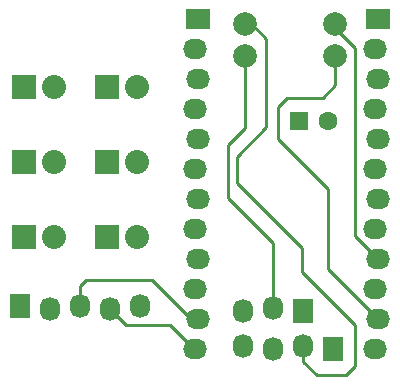
<source format=gbr>
G04 #@! TF.FileFunction,Copper,L2,Bot,Signal*
%FSLAX46Y46*%
G04 Gerber Fmt 4.6, Leading zero omitted, Abs format (unit mm)*
G04 Created by KiCad (PCBNEW (after 2015-may-01 BZR unknown)-product) date 6/15/2015 7:13:09 PM*
%MOMM*%
G01*
G04 APERTURE LIST*
%ADD10C,0.100000*%
%ADD11R,2.032000X1.727200*%
%ADD12O,2.032000X1.727200*%
%ADD13R,1.727200X2.032000*%
%ADD14O,1.727200X2.032000*%
%ADD15R,2.032000X2.032000*%
%ADD16O,2.032000X2.032000*%
%ADD17C,1.998980*%
%ADD18R,1.600000X1.600000*%
%ADD19C,1.600000*%
%ADD20C,0.250000*%
G04 APERTURE END LIST*
D10*
D11*
X101727000Y-101600000D03*
D12*
X101473000Y-104140000D03*
X101727000Y-106680000D03*
X101473000Y-109220000D03*
X101727000Y-111760000D03*
X101473000Y-114300000D03*
X101727000Y-116840000D03*
X101473000Y-119380000D03*
X101727000Y-121920000D03*
X101473000Y-124460000D03*
X101727000Y-127000000D03*
X101473000Y-129540000D03*
D11*
X116967000Y-101600000D03*
D12*
X116713000Y-104140000D03*
X116967000Y-106680000D03*
X116713000Y-109220000D03*
X116967000Y-111760000D03*
X116713000Y-114300000D03*
X116967000Y-116840000D03*
X116713000Y-119380000D03*
X116967000Y-121920000D03*
X116713000Y-124460000D03*
X116967000Y-127000000D03*
X116713000Y-129540000D03*
D13*
X86614000Y-125857000D03*
D14*
X89154000Y-126111000D03*
X91694000Y-125857000D03*
X94234000Y-126111000D03*
X96774000Y-125857000D03*
D13*
X110625000Y-126337000D03*
D14*
X108085000Y-126083000D03*
X105545000Y-126337000D03*
D13*
X113165000Y-129512000D03*
D14*
X110625000Y-129258000D03*
X108085000Y-129512000D03*
X105545000Y-129258000D03*
D15*
X93995000Y-107315000D03*
D16*
X96505000Y-107315000D03*
D15*
X87010000Y-107315000D03*
D16*
X89520000Y-107315000D03*
D15*
X93995000Y-113665000D03*
D16*
X96505000Y-113665000D03*
D15*
X87010000Y-113665000D03*
D16*
X89520000Y-113665000D03*
D15*
X93995000Y-120015000D03*
D16*
X96505000Y-120015000D03*
D15*
X87010000Y-120015000D03*
D16*
X89520000Y-120015000D03*
D17*
X113310000Y-104750000D03*
X105690000Y-104750000D03*
X113310000Y-102000000D03*
X105690000Y-102000000D03*
D18*
X110250000Y-110250000D03*
D19*
X112750000Y-110250000D03*
D20*
X101727000Y-127000000D02*
X101092000Y-127000000D01*
X101092000Y-127000000D02*
X97790000Y-123698000D01*
X97790000Y-123698000D02*
X92202000Y-123698000D01*
X92202000Y-123698000D02*
X91694000Y-124206000D01*
X91694000Y-124206000D02*
X91694000Y-125857000D01*
X101473000Y-129540000D02*
X101346000Y-129540000D01*
X101346000Y-129540000D02*
X99314000Y-127508000D01*
X99314000Y-127508000D02*
X95631000Y-127508000D01*
X95631000Y-127508000D02*
X94234000Y-126111000D01*
X113310000Y-102000000D02*
X113310000Y-102310000D01*
X113310000Y-102310000D02*
X115000000Y-104000000D01*
X115000000Y-104000000D02*
X115000000Y-119953000D01*
X115000000Y-119953000D02*
X116967000Y-121920000D01*
X113310000Y-104750000D02*
X113310000Y-107190000D01*
X112750000Y-122783000D02*
X116967000Y-127000000D01*
X112750000Y-116000000D02*
X112750000Y-122783000D01*
X108500000Y-111750000D02*
X112750000Y-116000000D01*
X108500000Y-109000000D02*
X108500000Y-111750000D01*
X109250000Y-108250000D02*
X108500000Y-109000000D01*
X112250000Y-108250000D02*
X109250000Y-108250000D01*
X113310000Y-107190000D02*
X112250000Y-108250000D01*
X105690000Y-104750000D02*
X105690000Y-110810000D01*
X108085000Y-120585000D02*
X108085000Y-126083000D01*
X104250000Y-116750000D02*
X108085000Y-120585000D01*
X104250000Y-112250000D02*
X104250000Y-116750000D01*
X105690000Y-110810000D02*
X104250000Y-112250000D01*
X105690000Y-102000000D02*
X106250000Y-102000000D01*
X106250000Y-102000000D02*
X107500000Y-103250000D01*
X107500000Y-103250000D02*
X107500000Y-110750000D01*
X107500000Y-110750000D02*
X105000000Y-113250000D01*
X105000000Y-113250000D02*
X105000000Y-115500000D01*
X105000000Y-115500000D02*
X110500000Y-121000000D01*
X110500000Y-121000000D02*
X110500000Y-123000000D01*
X110500000Y-123000000D02*
X115000000Y-127500000D01*
X115000000Y-127500000D02*
X115000000Y-131000000D01*
X115000000Y-131000000D02*
X114250000Y-131750000D01*
X114250000Y-131750000D02*
X111750000Y-131750000D01*
X111750000Y-131750000D02*
X110625000Y-130625000D01*
X110625000Y-130625000D02*
X110625000Y-129258000D01*
M02*

</source>
